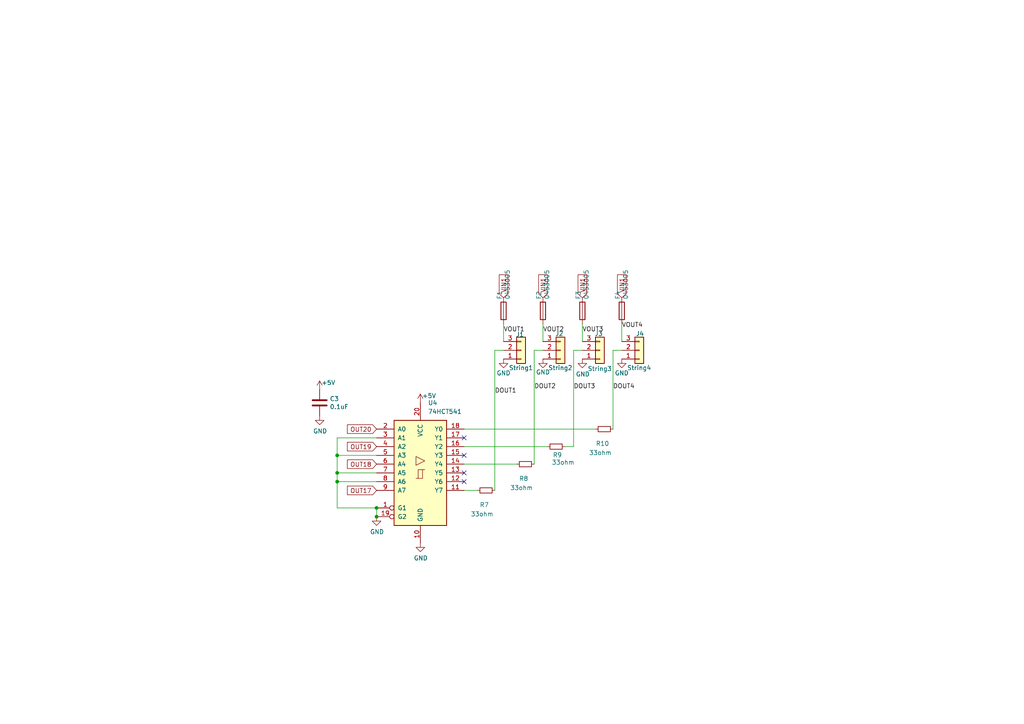
<source format=kicad_sch>
(kicad_sch (version 20250114) (generator "eeschema") (generator_version "9.0")
  (paper "A4")
  (title_block (title "Receiver Out SMD") (date "2025-02-23") (rev "v3") (company "Scott Hanson"))
  (lib_symbols
    (symbol "74xx:74HCT541" (pin_names (offset 1.016))
      (property "Reference" "U" (at -7.62 16.51 0))
      (property "Value" "74HCT541" (at -7.62 -16.51 0))
      (symbol "74HCT541_1_0"
        (polyline (pts (xy -1.27 -1.6002) (xy 0.635 -1.6002) (xy 0.635 0.9398) (xy 1.27 0.9398)))
        (polyline (pts (xy -0.635 -1.6002) (xy -0.635 0.9398) (xy 0.635 0.9398)))
        (polyline (pts (xy 1.27 3.4798) (xy -1.27 4.7498) (xy -1.27 2.2098) (xy 1.27 3.4798)) (stroke (width 0.1524)))
        (pin input line (at -12.7 12.7 0) (length 5.08) (name "A0") (number "2"))
        (pin input line (at -12.7 10.16 0) (length 5.08) (name "A1") (number "3"))
        (pin input line (at -12.7 7.62 0) (length 5.08) (name "A2") (number "4"))
        (pin input line (at -12.7 5.08 0) (length 5.08) (name "A3") (number "5"))
        (pin input line (at -12.7 2.54 0) (length 5.08) (name "A4") (number "6"))
        (pin input line (at -12.7 0 0) (length 5.08) (name "A5") (number "7"))
        (pin input line (at -12.7 -2.54 0) (length 5.08) (name "A6") (number "8"))
        (pin input line (at -12.7 -5.08 0) (length 5.08) (name "A7") (number "9"))
        (pin input inverted (at -12.7 -10.16 0) (length 5.08) (name "G1") (number "1"))
        (pin input inverted (at -12.7 -12.7 0) (length 5.08) (name "G2") (number "19"))
        (pin power_in line (at 0 20.32 270) (length 5.08) (name "VCC") (number "20"))
        (pin power_in line (at 0 -20.32 90) (length 5.08) (name "GND") (number "10"))
        (pin tri_state line (at 12.7 12.7 180) (length 5.08) (name "Y0") (number "18"))
        (pin tri_state line (at 12.7 10.16 180) (length 5.08) (name "Y1") (number "17"))
        (pin tri_state line (at 12.7 7.62 180) (length 5.08) (name "Y2") (number "16"))
        (pin tri_state line (at 12.7 5.08 180) (length 5.08) (name "Y3") (number "15"))
        (pin tri_state line (at 12.7 2.54 180) (length 5.08) (name "Y4") (number "14"))
        (pin tri_state line (at 12.7 0 180) (length 5.08) (name "Y5") (number "13"))
        (pin tri_state line (at 12.7 -2.54 180) (length 5.08) (name "Y6") (number "12"))
        (pin tri_state line (at 12.7 -5.08 180) (length 5.08) (name "Y7") (number "11"))
      )
      (symbol "74HCT541_1_1"
        (rectangle (start -7.62 15.24) (end 7.62 -15.24) (stroke (width 0.254)) (fill (type background)))
      )
    )
    (symbol "Connector_Generic:Conn_01x03" (pin_names (offset 1.016) (hide yes))
      (property "Reference" "J" (at 0 5.08 0))
      (property "Value" "Conn_01x03" (at 0 -5.08 0))
      (symbol "Conn_01x03_1_1"
        (rectangle (start -1.27 3.81) (end 1.27 -3.81) (stroke (width 0.254)) (fill (type background)))
        (rectangle (start -1.27 2.667) (end 0 2.413) (stroke (width 0.1524)))
        (rectangle (start -1.27 0.127) (end 0 -0.127) (stroke (width 0.1524)))
        (rectangle (start -1.27 -2.413) (end 0 -2.667) (stroke (width 0.1524)))
        (pin passive line (at -5.08 2.54 0) (length 3.81) (name "Pin_1") (number "1"))
        (pin passive line (at -5.08 0 0) (length 3.81) (name "Pin_2") (number "2"))
        (pin passive line (at -5.08 -2.54 0) (length 3.81) (name "Pin_3") (number "3"))
      )
    )
    (symbol "Device:Fuse" (pin_numbers (hide yes)) (pin_names (offset 0))
      (property "Reference" "F" (at 2.032 0 90))
      (property "Value" "Fuse" (at -1.905 0 90))
      (symbol "Fuse_0_1"
        (rectangle (start -0.762 -2.54) (end 0.762 2.54) (stroke (width 0.254)))
        (polyline (pts (xy 0 2.54) (xy 0 -2.54)))
      )
      (symbol "Fuse_1_1"
        (pin passive line (at 0 3.81 270) (length 1.27) (name "~") (number "1"))
        (pin passive line (at 0 -3.81 90) (length 1.27) (name "~") (number "2"))
      )
    )
    (symbol "Device:R_Small" (pin_numbers (hide yes)) (pin_names (offset 0.254) (hide yes))
      (property "Reference" "R" (at 0.762 0.508 0))
      (property "Value" "R_Small" (at 0.762 -1.016 0))
      (symbol "R_Small_0_1"
        (rectangle (start -0.762 1.778) (end 0.762 -1.778) (stroke (width 0.2032)))
      )
      (symbol "R_Small_1_1"
        (pin passive line (at 0 2.54 270) (length 0.762) (name "~") (number "1"))
        (pin passive line (at 0 -2.54 90) (length 0.762) (name "~") (number "2"))
      )
    )
    (symbol "Receiver_Out-rescue:C-Device" (pin_numbers (hide yes)) (pin_names (offset 0.254))
      (property "Reference" "C" (at 0.635 2.54 0))
      (property "Value" "C-Device" (at 0.635 -2.54 0))
      (symbol "C-Device_0_1"
        (polyline (pts (xy -2.032 0.762) (xy 2.032 0.762)) (stroke (width 0.508)))
        (polyline (pts (xy -2.032 -0.762) (xy 2.032 -0.762)) (stroke (width 0.508)))
      )
      (symbol "C-Device_1_1"
        (pin passive line (at 0 3.81 270) (length 2.794) (name "~") (number "1"))
        (pin passive line (at 0 -3.81 90) (length 2.794) (name "~") (number "2"))
      )
    )
    (symbol "power:+5V" (power) (pin_names (offset 0))
      (property "Value" "+5V" (at 0 3.556 0))
      (symbol "+5V_0_1"
        (polyline (pts (xy -0.762 1.27) (xy 0 2.54)))
        (polyline (pts (xy 0 2.54) (xy 0.762 1.27)))
        (polyline (pts (xy 0 0) (xy 0 2.54)))
      )
      (symbol "+5V_1_1"
        (pin power_in line (at 0 0 90) (length 0) (hide yes) (name "+5V") (number "1"))
      )
    )
    (symbol "power:GND" (power) (pin_names (offset 0))
      (property "Value" "GND" (at 0 -3.81 0))
      (symbol "GND_0_1"
        (polyline (pts (xy 0 0) (xy 0 -1.27) (xy 1.27 -1.27) (xy 0 -2.54) (xy -1.27 -1.27) (xy 0 -1.27)))
      )
      (symbol "GND_1_1"
        (pin power_in line (at 0 0 270) (length 0) (hide yes) (name "GND") (number "1"))
      )
    )
  )
  (junction (at 97.79 139.7))
  (junction (at 97.79 132.08))
  (junction (at 109.22 149.86))
  (junction (at 109.22 147.32))
  (junction (at 97.79 137.16))
  (no_connect (at 134.62 132.08))
  (no_connect (at 134.62 139.7))
  (no_connect (at 134.62 127))
  (no_connect (at 134.62 137.16))
  (wire (pts (xy 157.48 101.6) (xy 154.94 101.6)))
  (wire (pts (xy 97.79 132.08) (xy 109.22 132.08)))
  (wire (pts (xy 109.22 147.32) (xy 109.22 149.86)))
  (wire (pts (xy 177.8 101.6) (xy 177.8 124.46)))
  (wire (pts (xy 97.79 147.32) (xy 109.22 147.32)))
  (wire (pts (xy 177.8 101.6) (xy 180.34 101.6)))
  (wire (pts (xy 163.83 129.54) (xy 166.37 129.54)))
  (wire (pts (xy 134.62 142.24) (xy 138.43 142.24)))
  (wire (pts (xy 97.79 127) (xy 97.79 132.08)))
  (wire (pts (xy 143.51 101.6) (xy 143.51 142.24)))
  (wire (pts (xy 134.62 134.62) (xy 149.86 134.62)))
  (wire (pts (xy 97.79 137.16) (xy 109.22 137.16)))
  (wire (pts (xy 134.62 129.54) (xy 158.75 129.54)))
  (wire (pts (xy 157.48 99.06) (xy 157.48 93.98)))
  (wire (pts (xy 168.91 93.98) (xy 168.91 99.06)))
  (wire (pts (xy 97.79 132.08) (xy 97.79 137.16)))
  (wire (pts (xy 97.79 139.7) (xy 109.22 139.7)))
  (wire (pts (xy 166.37 101.6) (xy 166.37 129.54)))
  (wire (pts (xy 109.22 127) (xy 97.79 127)))
  (wire (pts (xy 134.62 124.46) (xy 172.72 124.46)))
  (wire (pts (xy 180.34 99.06) (xy 180.34 93.98)))
  (wire (pts (xy 143.51 101.6) (xy 146.05 101.6)))
  (wire (pts (xy 97.79 137.16) (xy 97.79 139.7)))
  (wire (pts (xy 97.79 139.7) (xy 97.79 147.32)))
  (wire (pts (xy 154.94 101.6) (xy 154.94 134.62)))
  (wire (pts (xy 146.05 93.98) (xy 146.05 99.06)))
  (wire (pts (xy 166.37 101.6) (xy 168.91 101.6)))
  (label "VOUT3" (at 168.91 96.52 0))
  (label "VOUT1" (at 146.05 96.52 0))
  (label "DOUT1" (at 143.51 114.3 0))
  (label "DOUT4" (at 177.8 113.03 0))
  (label "DOUT3" (at 166.37 113.03 0))
  (label "VOUT4" (at 180.34 95.25 0))
  (label "DOUT2" (at 154.94 113.03 0))
  (label "VOUT2" (at 157.48 96.52 0))
  (global_label "OUT18" (shape input) (at 109.22 134.62 180) (property "Intersheetrefs" "${INTERSHEET_REFS}" (effects (hide yes))))
  (global_label "OUT17" (shape input) (at 109.22 142.24 180) (property "Intersheetrefs" "${INTERSHEET_REFS}" (effects (hide yes))))
  (global_label "VIN1" (shape input) (at 180.34 86.36 90) (property "Intersheetrefs" "${INTERSHEET_REFS}" (effects (hide yes))))
  (global_label "VIN1" (shape input) (at 146.05 86.36 90) (property "Intersheetrefs" "${INTERSHEET_REFS}" (effects (hide yes))))
  (global_label "VIN1" (shape input) (at 157.48 86.36 90) (property "Intersheetrefs" "${INTERSHEET_REFS}" (effects (hide yes))))
  (global_label "OUT19" (shape input) (at 109.22 129.54 180) (property "Intersheetrefs" "${INTERSHEET_REFS}" (effects (hide yes))))
  (global_label "OUT20" (shape input) (at 109.22 124.46 180) (property "Intersheetrefs" "${INTERSHEET_REFS}" (effects (hide yes))))
  (global_label "VIN1" (shape input) (at 168.91 86.36 90) (property "Intersheetrefs" "${INTERSHEET_REFS}" (effects (hide yes))))
  (symbol (lib_id "Connector_Generic:Conn_01x03") (at 151.13 101.6 0) (mirror x) (unit 1)
    (property "Reference" "J1" (at 149.606 97.028 0) (effects (justify left)))
    (property "Value" "String1" (at 147.574 106.68 0) (effects (justify left)))
    (property "Footprint" "Connector_Phoenix_MC:PhoenixContact_MC_1,5_3-G-3.5_1x03_P3.50mm_Horizontal" (effects (hide yes)))
    (property "Digi-Key_PN" "277-5737-ND/ED10555-ND" (effects (hide yes)))
    (property "MPN" "1843619/OSTTJ0311530" (effects (hide yes)))
    (property "LCSC_PN" "C192778" (effects (hide yes)))
  )
  (symbol (lib_id "Connector_Generic:Conn_01x03") (at 162.56 101.6 0) (mirror x) (unit 1)
    (property "Reference" "J2" (at 161.036 96.774 0) (effects (justify left)))
    (property "Value" "String2" (at 159.004 106.68 0) (effects (justify left)))
    (property "Footprint" "Connector_Phoenix_MC:PhoenixContact_MC_1,5_3-G-3.5_1x03_P3.50mm_Horizontal" (effects (hide yes)))
    (property "Digi-Key_PN" "277-5737-ND/ED10555-ND" (effects (hide yes)))
    (property "MPN" "1843619/OSTTJ0311530" (effects (hide yes)))
    (property "LCSC_PN" "C192778" (effects (hide yes)))
  )
  (symbol (lib_id "Connector_Generic:Conn_01x03") (at 173.99 101.6 0) (mirror x) (unit 1)
    (property "Reference" "J3" (at 172.466 96.774 0) (effects (justify left)))
    (property "Value" "String3" (at 170.434 106.934 0) (effects (justify left)))
    (property "Footprint" "Connector_Phoenix_MC:PhoenixContact_MC_1,5_3-G-3.5_1x03_P3.50mm_Horizontal" (effects (hide yes)))
    (property "Digi-Key_PN" "277-5737-ND/ED10555-ND" (effects (hide yes)))
    (property "MPN" "1843619/OSTTJ0311530" (effects (hide yes)))
    (property "LCSC_PN" "C192778" (effects (hide yes)))
  )
  (symbol (lib_id "Connector_Generic:Conn_01x03") (at 185.42 101.6 0) (mirror x) (unit 1)
    (property "Reference" "J4" (at 184.404 96.774 0) (effects (justify left)))
    (property "Value" "String4" (at 181.864 106.68 0) (effects (justify left)))
    (property "Footprint" "Connector_Phoenix_MC:PhoenixContact_MC_1,5_3-G-3.5_1x03_P3.50mm_Horizontal" (effects (hide yes)))
    (property "Digi-Key_PN" "277-5737-ND/ED10555-ND" (effects (hide yes)))
    (property "MPN" "1843619/OSTTJ0311530" (effects (hide yes)))
    (property "LCSC_PN" "C192778" (effects (hide yes)))
  )
  (symbol (lib_id "power:GND") (at 146.05 104.14 0) (unit 1)
    (property "Reference" "#PWR012" (effects (hide yes)))
    (property "Value" "GND" (at 146.05 108.204 0))
  )
  (symbol (lib_id "power:GND") (at 157.48 104.14 0) (unit 1)
    (property "Reference" "#PWR013" (effects (hide yes)))
    (property "Value" "GND" (at 157.48 107.95 0))
  )
  (symbol (lib_id "power:GND") (at 168.91 104.14 0) (unit 1)
    (property "Reference" "#PWR014" (effects (hide yes)))
    (property "Value" "GND" (at 169.037 108.5342 0))
  )
  (symbol (lib_id "power:GND") (at 180.34 104.14 0) (unit 1)
    (property "Reference" "#PWR015" (effects (hide yes)))
    (property "Value" "GND" (at 180.34 108.204 0))
  )
  (symbol (lib_id "Device:Fuse") (at 157.48 90.17 0) (unit 1)
    (property "Reference" "F2" (at 156.3116 86.868 90) (effects (justify left)))
    (property "Value" "0453005" (at 158.623 86.868 90) (effects (justify left)))
    (property "Footprint" "Fuse:Fuseholder_Littelfuse_Nano2_154x" (effects (hide yes)))
    (property "Description" "Fuse" (effects (hide yes)))
    (property "Field4" "3544-2" (effects (hide yes)))
    (property "Field5" "None" (effects (hide yes)))
    (property "Field6" "Unavailable" (effects (hide yes)))
    (property "Field7" "Fuse Clip; 500 VAC; 30 A; PCB; For 0.110 in. x 0.032 in. mini blade fuses" (effects (hide yes)))
    (property "Field8" "Keystone Electronics" (effects (hide yes)))
    (property "Digi-Key_PN" "36-3544-2-ND" (effects (hide yes)))
    (property "MPN" "3544-2" (effects (hide yes)))
    (property "LCSC_PN" "C492610" (effects (hide yes)))
    (property "LCSC" "C492610" (effects (hide yes)))
  )
  (symbol (lib_id "Device:Fuse") (at 168.91 90.17 0) (unit 1)
    (property "Reference" "F3" (at 167.7416 86.868 90) (effects (justify left)))
    (property "Value" "0453005" (at 170.053 86.868 90) (effects (justify left)))
    (property "Footprint" "Fuse:Fuseholder_Littelfuse_Nano2_154x" (effects (hide yes)))
    (property "Description" "Fuse" (effects (hide yes)))
    (property "Field4" "3544-2" (effects (hide yes)))
    (property "Field5" "None" (effects (hide yes)))
    (property "Field6" "Unavailable" (effects (hide yes)))
    (property "Field7" "Fuse Clip; 500 VAC; 30 A; PCB; For 0.110 in. x 0.032 in. mini blade fuses" (effects (hide yes)))
    (property "Field8" "Keystone Electronics" (effects (hide yes)))
    (property "Digi-Key_PN" "36-3544-2-ND" (effects (hide yes)))
    (property "MPN" "3544-2" (effects (hide yes)))
    (property "LCSC_PN" "C492610" (effects (hide yes)))
    (property "LCSC" "C492610" (effects (hide yes)))
  )
  (symbol (lib_id "Device:Fuse") (at 180.34 90.17 0) (unit 1)
    (property "Reference" "F4" (at 179.1716 86.868 90) (effects (justify left)))
    (property "Value" "0453005" (at 181.483 86.868 90) (effects (justify left)))
    (property "Footprint" "Fuse:Fuseholder_Littelfuse_Nano2_154x" (effects (hide yes)))
    (property "Description" "Fuse" (effects (hide yes)))
    (property "Field4" "3544-2" (effects (hide yes)))
    (property "Field5" "None" (effects (hide yes)))
    (property "Field6" "Unavailable" (effects (hide yes)))
    (property "Field7" "Fuse Clip; 500 VAC; 30 A; PCB; For 0.110 in. x 0.032 in. mini blade fuses" (effects (hide yes)))
    (property "Field8" "Keystone Electronics" (effects (hide yes)))
    (property "Digi-Key_PN" "36-3544-2-ND" (effects (hide yes)))
    (property "MPN" "3544-2" (effects (hide yes)))
    (property "LCSC_PN" "C492610" (effects (hide yes)))
    (property "LCSC" "C492610" (effects (hide yes)))
  )
  (symbol (lib_id "power:GND") (at 92.71 120.65 0) (unit 1)
    (property "Reference" "#PWR011" (effects (hide yes)))
    (property "Value" "GND" (at 92.837 125.0442 0))
  )
  (symbol (lib_id "Receiver_Out-rescue:C-Device") (at 92.71 116.84 0) (unit 1)
    (property "Reference" "C3" (at 95.631 115.6716 0) (effects (justify left)))
    (property "Value" "0.1uF" (at 95.631 117.983 0) (effects (justify left)))
    (property "Footprint" "Capacitor_SMD:C_0402_1005Metric" (effects (hide yes)))
    (property "Digi-Key_PN" "1292-1630-1-ND" (effects (hide yes)))
    (property "MPN" "0402B104K160CT" (effects (hide yes)))
    (property "LCSC_PN" "C1525" (effects (hide yes)))
  )
  (symbol (lib_id "power:+5V") (at 92.71 113.03 0) (unit 1)
    (property "Reference" "#PWR0102" (effects (hide yes)))
    (property "Value" "+5V" (at 95.25 110.998 0))
  )
  (symbol (lib_id "Device:Fuse") (at 146.05 90.17 0) (unit 1)
    (property "Reference" "F1" (at 144.8816 86.868 90) (effects (justify left)))
    (property "Value" "0453005" (at 147.193 86.868 90) (effects (justify left)))
    (property "Footprint" "Fuse:Fuseholder_Littelfuse_Nano2_154x" (effects (hide yes)))
    (property "Description" "Fuse" (effects (hide yes)))
    (property "Field4" "3544-2" (effects (hide yes)))
    (property "Field5" "None" (effects (hide yes)))
    (property "Field6" "Unavailable" (effects (hide yes)))
    (property "Field7" "Fuse Clip; 500 VAC; 30 A; PCB; For 0.110 in. x 0.032 in. mini blade fuses" (effects (hide yes)))
    (property "Field8" "Keystone Electronics" (effects (hide yes)))
    (property "Digi-Key_PN" "36-3544-2-ND" (effects (hide yes)))
    (property "MPN" "3544-2" (effects (hide yes)))
    (property "LCSC_PN" "C492610" (effects (hide yes)))
    (property "LCSC" "C492610" (effects (hide yes)))
  )
  (symbol (lib_id "power:GND") (at 121.92 157.48 0) (unit 1)
    (property "Reference" "#PWR0103" (effects (hide yes)))
    (property "Value" "GND" (at 122.047 161.8742 0))
  )
  (symbol (lib_id "Device:R_Small") (at 140.97 142.24 270) (unit 1)
    (property "Reference" "R7" (at 140.462 146.431 90))
    (property "Value" "33ohm" (at 139.827 149.098 90))
    (property "Footprint" "Resistor_SMD:R_0603_1608Metric" (effects (hide yes)))
    (property "LCSC_PN" "C23140" (effects (hide yes)))
    (property "Digi-Key_PN" "311-33GRCT-ND" (effects (hide yes)))
    (property "MPN" "RC0603JR-0733RL" (effects (hide yes)))
  )
  (symbol (lib_id "Device:R_Small") (at 152.4 134.62 270) (unit 1)
    (property "Reference" "R8" (at 151.892 138.811 90))
    (property "Value" "33ohm" (at 151.257 141.478 90))
    (property "Footprint" "Resistor_SMD:R_0603_1608Metric" (effects (hide yes)))
    (property "LCSC_PN" "C23140" (effects (hide yes)))
    (property "Digi-Key_PN" "311-33GRCT-ND" (effects (hide yes)))
    (property "MPN" "RC0603JR-0733RL" (effects (hide yes)))
  )
  (symbol (lib_id "Device:R_Small") (at 175.26 124.46 270) (unit 1)
    (property "Reference" "R10" (at 174.752 128.651 90))
    (property "Value" "33ohm" (at 174.117 131.318 90))
    (property "Footprint" "Resistor_SMD:R_0603_1608Metric" (effects (hide yes)))
    (property "LCSC_PN" "C23140" (effects (hide yes)))
    (property "Digi-Key_PN" "311-33GRCT-ND" (effects (hide yes)))
    (property "MPN" "RC0603JR-0733RL" (effects (hide yes)))
  )
  (symbol (lib_id "Device:R_Small") (at 161.29 129.54 270) (unit 1)
    (property "Reference" "R9" (at 161.671 131.953 90))
    (property "Value" "33ohm" (at 163.322 134.112 90))
    (property "Footprint" "Resistor_SMD:R_0603_1608Metric" (effects (hide yes)))
    (property "LCSC_PN" "C23140" (effects (hide yes)))
    (property "Digi-Key_PN" "311-33GRCT-ND" (effects (hide yes)))
    (property "MPN" "RC0603JR-0733RL" (effects (hide yes)))
  )
  (symbol (lib_id "power:+5V") (at 121.92 116.84 0) (unit 1)
    (property "Reference" "#PWR07" (effects (hide yes)))
    (property "Value" "+5V" (at 124.46 114.808 0))
  )
  (symbol (lib_id "power:GND") (at 109.22 149.86 0) (unit 1)
    (property "Reference" "#PWR06" (effects (hide yes)))
    (property "Value" "GND" (at 109.347 154.2542 0))
  )
  (symbol (lib_id "74xx:74HCT541") (at 121.92 137.16 0) (unit 1)
    (property "Reference" "U4" (at 124.1141 116.84 0) (effects (justify left)))
    (property "Value" "74HCT541" (at 124.1141 119.38 0) (effects (justify left)))
    (property "Footprint" "Package_SO:TSSOP-20_4.4x6.5mm_P0.65mm" (effects (hide yes)))
    (property "Datasheet" "http://www.ti.com/lit/gpn/sn74HCT541" (effects (hide yes)))
    (property "Description" "8-bit Buffer/Line Driver 3-state outputs" (effects (hide yes)))
    (property "LCSC" "C131314" (effects (hide yes)))
    (property "Digi-Key_PN" "1727-4099-1-ND" (effects (hide yes)))
    (property "MPN" "74HCT541PW,118" (effects (hide yes)))
    (property "LCSC_PN" "C131314" (effects (hide yes)))
  )
)
</source>
